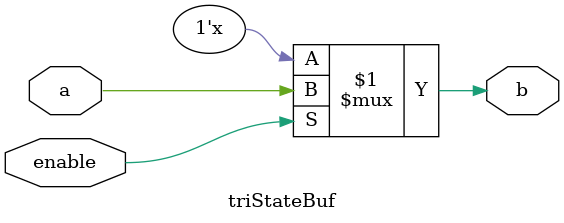
<source format=v>
`timescale 1 ns / 1 ps
module dff
(
output reg	q,
input		d,
input		wrenable,
input		clk
);

    always @(posedge clk) begin
        if(wrenable) begin
            q <= d;
        end
    end
endmodule

// 8 bit latch memory
// throws out the MSB and writes the other 7 to address
module addressLatch
(
output reg[6:0] address,
input[7:0]		data,
input		wrenable,
input		clk
);
  initial  address = 0;

    always @(posedge clk) begin
        if(wrenable) begin
            address[6:0] <= data[6:0];
        end
    end

endmodule

//tri state buffer leaves output floating if enable is low
module triStateBuf
(
input a, enable,
output b
);
  assign b = (enable) ? a: 1'bz;
endmodule

</source>
